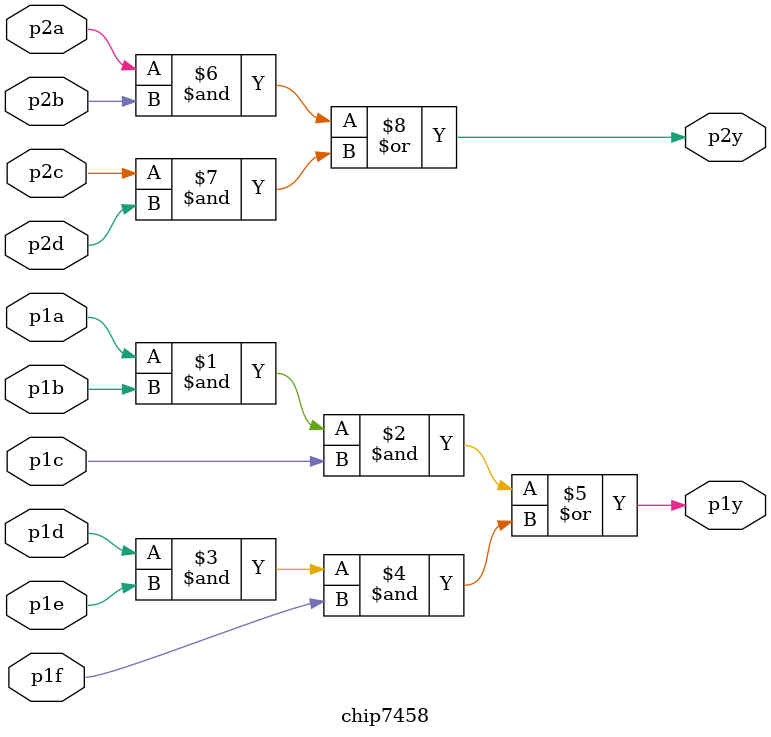
<source format=v>
module chip7458(
    input p1a,p1b,p1c,p1d,p1e,p1f,
    output p1y,
    input p2a,p2b,p2c,p2d,
    output p2y
    );
    
    assign p1y=(p1a&p1b&p1c)|(p1d&p1e&p1f);
    assign p2y=(p2a&p2b)|(p2c&p2d);
endmodule

</source>
